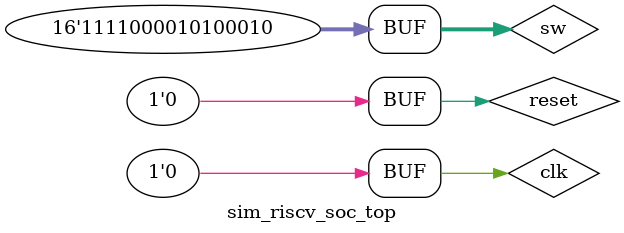
<source format=sv>
`timescale 1ps / 1ps


module sim_riscv_soc_top(

    );
    
    logic clk;
    logic[15:0] led;
    logic[15:0] sw;
    logic reset;
    
    riscv_soc_top impl_soc (
        .clk(clk),
        .led(led),
        .btnC(reset),
        .sw(sw)
    );
    
    initial begin
        sw = 16'hF0A2;
        reset = 1;
        clk = 1; #1; clk = 0; #1;
        clk = 1; #1; clk = 0; #1;
        reset = 0;
        repeat(500) begin
            clk = 1; #1; clk = 0; #1;
        end
    end
    
endmodule

</source>
